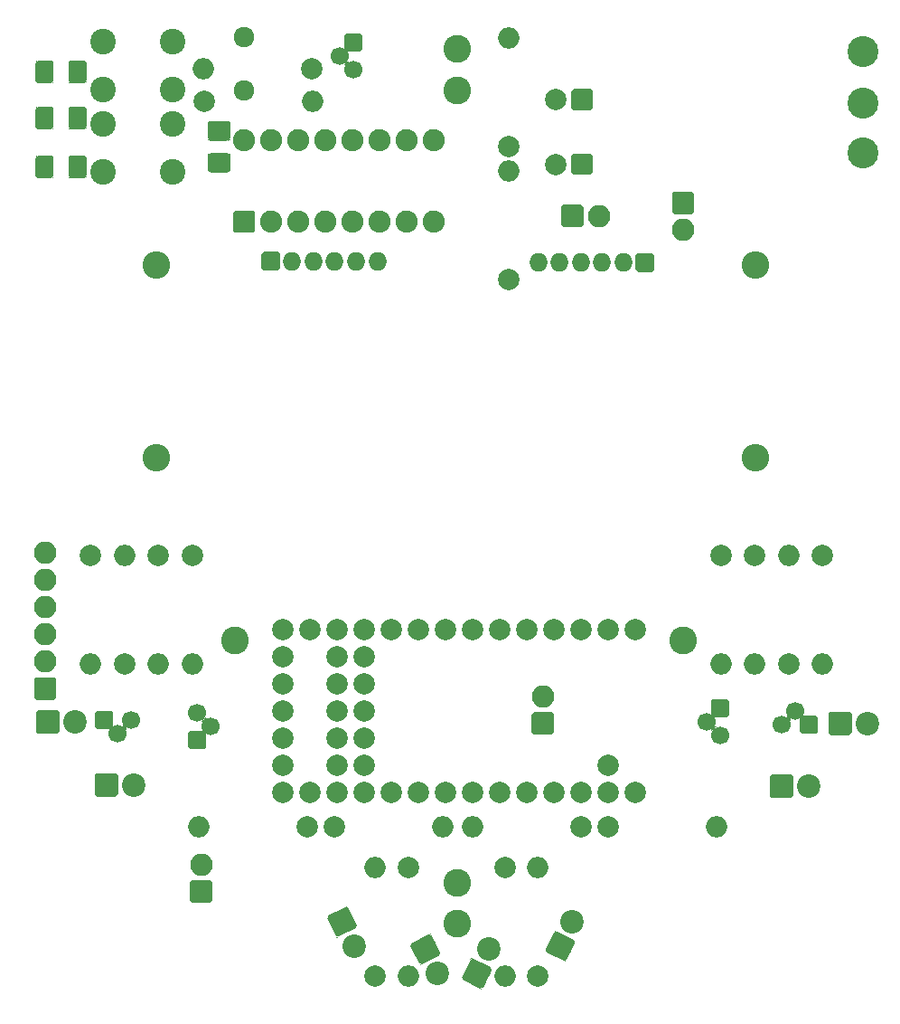
<source format=gbs>
G04 #@! TF.GenerationSoftware,KiCad,Pcbnew,(5.1.7)-1*
G04 #@! TF.CreationDate,2021-05-02T01:51:04-07:00*
G04 #@! TF.ProjectId,mouse_v2,6d6f7573-655f-4763-922e-6b696361645f,rev?*
G04 #@! TF.SameCoordinates,Original*
G04 #@! TF.FileFunction,Soldermask,Bot*
G04 #@! TF.FilePolarity,Negative*
%FSLAX46Y46*%
G04 Gerber Fmt 4.6, Leading zero omitted, Abs format (unit mm)*
G04 Created by KiCad (PCBNEW (5.1.7)-1) date 2021-05-02 01:51:04*
%MOMM*%
%LPD*%
G01*
G04 APERTURE LIST*
%ADD10C,2.000000*%
%ADD11C,1.700000*%
%ADD12C,2.900000*%
%ADD13O,2.000000X2.000000*%
%ADD14C,1.924000*%
%ADD15C,2.400000*%
%ADD16C,2.200000*%
%ADD17O,2.100000X2.100000*%
%ADD18C,2.076400*%
%ADD19C,2.584400*%
%ADD20O,1.750000X1.750000*%
%ADD21C,2.600000*%
%ADD22C,0.100000*%
G04 APERTURE END LIST*
G36*
G01*
X137002075Y-64795700D02*
X138511725Y-64795700D01*
G75*
G02*
X138831900Y-65115875I0J-320175D01*
G01*
X138831900Y-66300525D01*
G75*
G02*
X138511725Y-66620700I-320175J0D01*
G01*
X137002075Y-66620700D01*
G75*
G02*
X136681900Y-66300525I0J320175D01*
G01*
X136681900Y-65115875D01*
G75*
G02*
X137002075Y-64795700I320175J0D01*
G01*
G37*
G36*
G01*
X137002075Y-67770700D02*
X138511725Y-67770700D01*
G75*
G02*
X138831900Y-68090875I0J-320175D01*
G01*
X138831900Y-69275525D01*
G75*
G02*
X138511725Y-69595700I-320175J0D01*
G01*
X137002075Y-69595700D01*
G75*
G02*
X136681900Y-69275525I0J320175D01*
G01*
X136681900Y-68090875D01*
G75*
G02*
X137002075Y-67770700I320175J0D01*
G01*
G37*
D10*
X169254800Y-62788800D03*
G36*
G01*
X172754800Y-61988800D02*
X172754800Y-63588800D01*
G75*
G02*
X172554800Y-63788800I-200000J0D01*
G01*
X170954800Y-63788800D01*
G75*
G02*
X170754800Y-63588800I0J200000D01*
G01*
X170754800Y-61988800D01*
G75*
G02*
X170954800Y-61788800I200000J0D01*
G01*
X172554800Y-61788800D01*
G75*
G02*
X172754800Y-61988800I0J-200000D01*
G01*
G37*
G36*
G01*
X172754800Y-68034000D02*
X172754800Y-69634000D01*
G75*
G02*
X172554800Y-69834000I-200000J0D01*
G01*
X170954800Y-69834000D01*
G75*
G02*
X170754800Y-69634000I0J200000D01*
G01*
X170754800Y-68034000D01*
G75*
G02*
X170954800Y-67834000I200000J0D01*
G01*
X172554800Y-67834000D01*
G75*
G02*
X172754800Y-68034000I0J-200000D01*
G01*
G37*
X169254800Y-68834000D03*
D11*
X190500000Y-121285000D03*
G36*
G01*
X193690000Y-122135000D02*
X192390000Y-122135000D01*
G75*
G02*
X192190000Y-121935000I0J200000D01*
G01*
X192190000Y-120635000D01*
G75*
G02*
X192390000Y-120435000I200000J0D01*
G01*
X193690000Y-120435000D01*
G75*
G02*
X193890000Y-120635000I0J-200000D01*
G01*
X193890000Y-121935000D01*
G75*
G02*
X193690000Y-122135000I-200000J0D01*
G01*
G37*
X191770000Y-120015000D03*
X183415940Y-120990360D03*
G36*
G01*
X185535940Y-119070360D02*
X185535940Y-120370360D01*
G75*
G02*
X185335940Y-120570360I-200000J0D01*
G01*
X184035940Y-120570360D01*
G75*
G02*
X183835940Y-120370360I0J200000D01*
G01*
X183835940Y-119070360D01*
G75*
G02*
X184035940Y-118870360I200000J0D01*
G01*
X185335940Y-118870360D01*
G75*
G02*
X185535940Y-119070360I0J-200000D01*
G01*
G37*
X184685940Y-122260360D03*
X129540000Y-120840500D03*
G36*
G01*
X126350000Y-119990500D02*
X127650000Y-119990500D01*
G75*
G02*
X127850000Y-120190500I0J-200000D01*
G01*
X127850000Y-121490500D01*
G75*
G02*
X127650000Y-121690500I-200000J0D01*
G01*
X126350000Y-121690500D01*
G75*
G02*
X126150000Y-121490500I0J200000D01*
G01*
X126150000Y-120190500D01*
G75*
G02*
X126350000Y-119990500I200000J0D01*
G01*
G37*
X128270000Y-122110500D03*
X136982200Y-121462800D03*
G36*
G01*
X134862200Y-123382800D02*
X134862200Y-122082800D01*
G75*
G02*
X135062200Y-121882800I200000J0D01*
G01*
X136362200Y-121882800D01*
G75*
G02*
X136562200Y-122082800I0J-200000D01*
G01*
X136562200Y-123382800D01*
G75*
G02*
X136362200Y-123582800I-200000J0D01*
G01*
X135062200Y-123582800D01*
G75*
G02*
X134862200Y-123382800I0J200000D01*
G01*
G37*
X135712200Y-120192800D03*
D12*
X198069200Y-58319200D03*
X198069200Y-63069200D03*
X198069200Y-67769200D03*
D10*
X146405600Y-59893200D03*
D13*
X136245600Y-59893200D03*
D14*
X140055600Y-61885200D03*
X140105600Y-56885200D03*
D15*
X126885700Y-61853200D03*
X126885700Y-57353200D03*
X133385700Y-61853200D03*
X133385700Y-57353200D03*
D10*
X128905000Y-115570000D03*
D13*
X128905000Y-105410000D03*
X155473400Y-144805400D03*
D10*
X155473400Y-134645400D03*
X184785000Y-105410000D03*
D13*
X184785000Y-115570000D03*
X135255000Y-115570000D03*
D10*
X135255000Y-105410000D03*
X136347200Y-62941200D03*
D13*
X146507200Y-62941200D03*
X135890000Y-130810000D03*
D10*
X146050000Y-130810000D03*
X164592000Y-134645400D03*
D13*
X164592000Y-144805400D03*
X132080000Y-115570000D03*
D10*
X132080000Y-105410000D03*
X174244000Y-130810000D03*
D13*
X184404000Y-130810000D03*
X161544000Y-130810000D03*
D10*
X171704000Y-130810000D03*
X191135000Y-115570000D03*
D13*
X191135000Y-105410000D03*
X152400000Y-134620000D03*
D10*
X152400000Y-144780000D03*
X125730000Y-105410000D03*
D13*
X125730000Y-115570000D03*
X167640000Y-134620000D03*
D10*
X167640000Y-144780000D03*
X194310000Y-105410000D03*
D13*
X194310000Y-115570000D03*
X187960000Y-115570000D03*
D10*
X187960000Y-105410000D03*
X148590000Y-130810000D03*
D13*
X158750000Y-130810000D03*
G36*
G01*
X126077800Y-127823800D02*
X126077800Y-126023800D01*
G75*
G02*
X126277800Y-125823800I200000J0D01*
G01*
X128077800Y-125823800D01*
G75*
G02*
X128277800Y-126023800I0J-200000D01*
G01*
X128277800Y-127823800D01*
G75*
G02*
X128077800Y-128023800I-200000J0D01*
G01*
X126277800Y-128023800D01*
G75*
G02*
X126077800Y-127823800I0J200000D01*
G01*
G37*
D16*
X129717800Y-126923800D03*
X198475600Y-121158000D03*
G36*
G01*
X194835600Y-122058000D02*
X194835600Y-120258000D01*
G75*
G02*
X195035600Y-120058000I200000J0D01*
G01*
X196835600Y-120058000D01*
G75*
G02*
X197035600Y-120258000I0J-200000D01*
G01*
X197035600Y-122058000D01*
G75*
G02*
X196835600Y-122258000I-200000J0D01*
G01*
X195035600Y-122258000D01*
G75*
G02*
X194835600Y-122058000I0J200000D01*
G01*
G37*
X170856142Y-139738267D03*
G36*
G01*
X170037423Y-143397406D02*
X168426541Y-142594250D01*
G75*
G02*
X168336794Y-142326023I89240J178987D01*
G01*
X169139950Y-140715141D01*
G75*
G02*
X169408177Y-140625394I178987J-89240D01*
G01*
X171019059Y-141428550D01*
G75*
G02*
X171108806Y-141696777I-89240J-178987D01*
G01*
X170305650Y-143307659D01*
G75*
G02*
X170037423Y-143397406I-178987J89240D01*
G01*
G37*
G36*
G01*
X171690400Y-74710000D02*
X169990400Y-74710000D01*
G75*
G02*
X169790400Y-74510000I0J200000D01*
G01*
X169790400Y-72810000D01*
G75*
G02*
X169990400Y-72610000I200000J0D01*
G01*
X171690400Y-72610000D01*
G75*
G02*
X171890400Y-72810000I0J-200000D01*
G01*
X171890400Y-74510000D01*
G75*
G02*
X171690400Y-74710000I-200000J0D01*
G01*
G37*
D17*
X173380400Y-73660000D03*
G36*
G01*
X162214223Y-145962806D02*
X160603341Y-145159650D01*
G75*
G02*
X160513594Y-144891423I89240J178987D01*
G01*
X161316750Y-143280541D01*
G75*
G02*
X161584977Y-143190794I178987J-89240D01*
G01*
X163195859Y-143993950D01*
G75*
G02*
X163285606Y-144262177I-89240J-178987D01*
G01*
X162482450Y-145873059D01*
G75*
G02*
X162214223Y-145962806I-178987J89240D01*
G01*
G37*
D16*
X163032942Y-142303667D03*
X124218700Y-121031000D03*
G36*
G01*
X120578700Y-121931000D02*
X120578700Y-120131000D01*
G75*
G02*
X120778700Y-119931000I200000J0D01*
G01*
X122578700Y-119931000D01*
G75*
G02*
X122778700Y-120131000I0J-200000D01*
G01*
X122778700Y-121931000D01*
G75*
G02*
X122578700Y-122131000I-200000J0D01*
G01*
X120778700Y-122131000D01*
G75*
G02*
X120578700Y-121931000I0J200000D01*
G01*
G37*
G36*
G01*
X155786999Y-141720817D02*
X157397881Y-140917661D01*
G75*
G02*
X157666108Y-141007408I89240J-178987D01*
G01*
X158469264Y-142618290D01*
G75*
G02*
X158379517Y-142886517I-178987J-89240D01*
G01*
X156768635Y-143689673D01*
G75*
G02*
X156500408Y-143599926I-89240J178987D01*
G01*
X155697252Y-141989044D01*
G75*
G02*
X155786999Y-141720817I178987J89240D01*
G01*
G37*
X158216600Y-144576800D03*
G36*
G01*
X189349200Y-127950800D02*
X189349200Y-126150800D01*
G75*
G02*
X189549200Y-125950800I200000J0D01*
G01*
X191349200Y-125950800D01*
G75*
G02*
X191549200Y-126150800I0J-200000D01*
G01*
X191549200Y-127950800D01*
G75*
G02*
X191349200Y-128150800I-200000J0D01*
G01*
X189549200Y-128150800D01*
G75*
G02*
X189349200Y-127950800I0J200000D01*
G01*
G37*
X192989200Y-127050800D03*
X150418800Y-142011400D03*
G36*
G01*
X147989199Y-139155417D02*
X149600081Y-138352261D01*
G75*
G02*
X149868308Y-138442008I89240J-178987D01*
G01*
X150671464Y-140052890D01*
G75*
G02*
X150581717Y-140321117I-178987J-89240D01*
G01*
X148970835Y-141124273D01*
G75*
G02*
X148702608Y-141034526I-89240J178987D01*
G01*
X147899452Y-139423644D01*
G75*
G02*
X147989199Y-139155417I178987J89240D01*
G01*
G37*
G36*
G01*
X140936980Y-75251920D02*
X139260580Y-75251920D01*
G75*
G02*
X139060580Y-75051920I0J200000D01*
G01*
X139060580Y-73375520D01*
G75*
G02*
X139260580Y-73175520I200000J0D01*
G01*
X140936980Y-73175520D01*
G75*
G02*
X141136980Y-73375520I0J-200000D01*
G01*
X141136980Y-75051920D01*
G75*
G02*
X140936980Y-75251920I-200000J0D01*
G01*
G37*
D18*
X142638780Y-74213720D03*
X145178780Y-74213720D03*
X147718780Y-74213720D03*
X150258780Y-74213720D03*
X152798780Y-74213720D03*
X155338780Y-74213720D03*
X157878780Y-74213720D03*
X157878780Y-66593720D03*
X155338780Y-66593720D03*
X152798780Y-66593720D03*
X150258780Y-66593720D03*
X147718780Y-66593720D03*
X145178780Y-66593720D03*
X142638780Y-66593720D03*
X140098780Y-66593720D03*
D19*
X131873000Y-96274400D03*
X131873000Y-78274400D03*
X188040000Y-78274400D03*
X188040000Y-96274400D03*
G36*
G01*
X180179000Y-73303500D02*
X180179000Y-71603500D01*
G75*
G02*
X180379000Y-71403500I200000J0D01*
G01*
X182079000Y-71403500D01*
G75*
G02*
X182279000Y-71603500I0J-200000D01*
G01*
X182279000Y-73303500D01*
G75*
G02*
X182079000Y-73503500I-200000J0D01*
G01*
X180379000Y-73503500D01*
G75*
G02*
X180179000Y-73303500I0J200000D01*
G01*
G37*
D17*
X181229000Y-74993500D03*
D20*
X167655240Y-78038960D03*
X169655240Y-78038960D03*
X171655240Y-78038960D03*
X173655240Y-78038960D03*
X175655240Y-78038960D03*
G36*
G01*
X176980240Y-77163960D02*
X178330240Y-77163960D01*
G75*
G02*
X178530240Y-77363960I0J-200000D01*
G01*
X178530240Y-78713960D01*
G75*
G02*
X178330240Y-78913960I-200000J0D01*
G01*
X176980240Y-78913960D01*
G75*
G02*
X176780240Y-78713960I0J200000D01*
G01*
X176780240Y-77363960D01*
G75*
G02*
X176980240Y-77163960I200000J0D01*
G01*
G37*
G36*
G01*
X143270600Y-78776800D02*
X141920600Y-78776800D01*
G75*
G02*
X141720600Y-78576800I0J200000D01*
G01*
X141720600Y-77226800D01*
G75*
G02*
X141920600Y-77026800I200000J0D01*
G01*
X143270600Y-77026800D01*
G75*
G02*
X143470600Y-77226800I0J-200000D01*
G01*
X143470600Y-78576800D01*
G75*
G02*
X143270600Y-78776800I-200000J0D01*
G01*
G37*
X144595600Y-77901800D03*
X146595600Y-77901800D03*
X148595600Y-77901800D03*
X150595600Y-77901800D03*
X152595600Y-77901800D03*
G36*
G01*
X122512800Y-117056800D02*
X122512800Y-118756800D01*
G75*
G02*
X122312800Y-118956800I-200000J0D01*
G01*
X120612800Y-118956800D01*
G75*
G02*
X120412800Y-118756800I0J200000D01*
G01*
X120412800Y-117056800D01*
G75*
G02*
X120612800Y-116856800I200000J0D01*
G01*
X122312800Y-116856800D01*
G75*
G02*
X122512800Y-117056800I0J-200000D01*
G01*
G37*
D17*
X121462800Y-115366800D03*
X121462800Y-112826800D03*
X121462800Y-110286800D03*
X121462800Y-107746800D03*
X121462800Y-105206800D03*
D10*
X143764000Y-120000000D03*
X143764000Y-122540000D03*
X143764000Y-125080000D03*
X143764000Y-127620000D03*
X143764000Y-117460000D03*
X143764000Y-114920000D03*
X143764000Y-112380000D03*
X146304000Y-127620000D03*
X148844000Y-127620000D03*
X151384000Y-127620000D03*
X153924000Y-127620000D03*
X156464000Y-127620000D03*
X159004000Y-127620000D03*
X161544000Y-127620000D03*
X164084000Y-127620000D03*
X166624000Y-127620000D03*
X169164000Y-127620000D03*
X171704000Y-127620000D03*
X174244000Y-127620000D03*
X176784000Y-127620000D03*
X174244000Y-125080000D03*
X146304000Y-112380000D03*
X148844000Y-112380000D03*
X151384000Y-112380000D03*
X153924000Y-112380000D03*
X156464000Y-112380000D03*
X159004000Y-112380000D03*
X161544000Y-112380000D03*
X164084000Y-112380000D03*
X166624000Y-112380000D03*
X169164000Y-112380000D03*
X171704000Y-112380000D03*
X174244000Y-112380000D03*
X176784000Y-112380000D03*
X148844000Y-125080000D03*
X151384000Y-125080000D03*
X148844000Y-122540000D03*
X151384000Y-122540000D03*
X148844000Y-120000000D03*
X151384000Y-120000000D03*
X148844000Y-117460000D03*
X151384000Y-117460000D03*
X148844000Y-114920000D03*
X151384000Y-114920000D03*
G36*
G01*
X169147200Y-120308000D02*
X169147200Y-122008000D01*
G75*
G02*
X168947200Y-122208000I-200000J0D01*
G01*
X167247200Y-122208000D01*
G75*
G02*
X167047200Y-122008000I0J200000D01*
G01*
X167047200Y-120308000D01*
G75*
G02*
X167247200Y-120108000I200000J0D01*
G01*
X168947200Y-120108000D01*
G75*
G02*
X169147200Y-120308000I0J-200000D01*
G01*
G37*
D17*
X168097200Y-118618000D03*
D21*
X181229000Y-113411000D03*
X139255500Y-113411000D03*
G36*
G01*
X120536000Y-69836077D02*
X120536000Y-68339923D01*
G75*
G02*
X120862923Y-68013000I326923J0D01*
G01*
X121909077Y-68013000D01*
G75*
G02*
X122236000Y-68339923I0J-326923D01*
G01*
X122236000Y-69836077D01*
G75*
G02*
X121909077Y-70163000I-326923J0D01*
G01*
X120862923Y-70163000D01*
G75*
G02*
X120536000Y-69836077I0J326923D01*
G01*
G37*
G36*
G01*
X123636000Y-69836077D02*
X123636000Y-68339923D01*
G75*
G02*
X123962923Y-68013000I326923J0D01*
G01*
X125009077Y-68013000D01*
G75*
G02*
X125336000Y-68339923I0J-326923D01*
G01*
X125336000Y-69836077D01*
G75*
G02*
X125009077Y-70163000I-326923J0D01*
G01*
X123962923Y-70163000D01*
G75*
G02*
X123636000Y-69836077I0J326923D01*
G01*
G37*
G36*
G01*
X123636000Y-60946077D02*
X123636000Y-59449923D01*
G75*
G02*
X123962923Y-59123000I326923J0D01*
G01*
X125009077Y-59123000D01*
G75*
G02*
X125336000Y-59449923I0J-326923D01*
G01*
X125336000Y-60946077D01*
G75*
G02*
X125009077Y-61273000I-326923J0D01*
G01*
X123962923Y-61273000D01*
G75*
G02*
X123636000Y-60946077I0J326923D01*
G01*
G37*
G36*
G01*
X120536000Y-60946077D02*
X120536000Y-59449923D01*
G75*
G02*
X120862923Y-59123000I326923J0D01*
G01*
X121909077Y-59123000D01*
G75*
G02*
X122236000Y-59449923I0J-326923D01*
G01*
X122236000Y-60946077D01*
G75*
G02*
X121909077Y-61273000I-326923J0D01*
G01*
X120862923Y-61273000D01*
G75*
G02*
X120536000Y-60946077I0J326923D01*
G01*
G37*
G36*
G01*
X120536000Y-65264077D02*
X120536000Y-63767923D01*
G75*
G02*
X120862923Y-63441000I326923J0D01*
G01*
X121909077Y-63441000D01*
G75*
G02*
X122236000Y-63767923I0J-326923D01*
G01*
X122236000Y-65264077D01*
G75*
G02*
X121909077Y-65591000I-326923J0D01*
G01*
X120862923Y-65591000D01*
G75*
G02*
X120536000Y-65264077I0J326923D01*
G01*
G37*
G36*
G01*
X123636000Y-65264077D02*
X123636000Y-63767923D01*
G75*
G02*
X123962923Y-63441000I326923J0D01*
G01*
X125009077Y-63441000D01*
G75*
G02*
X125336000Y-63767923I0J-326923D01*
G01*
X125336000Y-65264077D01*
G75*
G02*
X125009077Y-65591000I-326923J0D01*
G01*
X123962923Y-65591000D01*
G75*
G02*
X123636000Y-65264077I0J326923D01*
G01*
G37*
D13*
X164896800Y-69494400D03*
D10*
X164896800Y-79654400D03*
X164896800Y-67157600D03*
D13*
X164896800Y-56997600D03*
D21*
X160083500Y-61899800D03*
X160083500Y-139915900D03*
X160096200Y-58026300D03*
X160070800Y-136067800D03*
D11*
X149047200Y-58724800D03*
G36*
G01*
X151167200Y-56804800D02*
X151167200Y-58104800D01*
G75*
G02*
X150967200Y-58304800I-200000J0D01*
G01*
X149667200Y-58304800D01*
G75*
G02*
X149467200Y-58104800I0J200000D01*
G01*
X149467200Y-56804800D01*
G75*
G02*
X149667200Y-56604800I200000J0D01*
G01*
X150967200Y-56604800D01*
G75*
G02*
X151167200Y-56804800I0J-200000D01*
G01*
G37*
X150317200Y-59994800D03*
D15*
X126885700Y-69524000D03*
X126885700Y-65024000D03*
X133385700Y-69524000D03*
X133385700Y-65024000D03*
G36*
G01*
X137130500Y-136056000D02*
X137130500Y-137756000D01*
G75*
G02*
X136930500Y-137956000I-200000J0D01*
G01*
X135230500Y-137956000D01*
G75*
G02*
X135030500Y-137756000I0J200000D01*
G01*
X135030500Y-136056000D01*
G75*
G02*
X135230500Y-135856000I200000J0D01*
G01*
X136930500Y-135856000D01*
G75*
G02*
X137130500Y-136056000I0J-200000D01*
G01*
G37*
D17*
X136080500Y-134366000D03*
D22*
G36*
X163375738Y-144081400D02*
G01*
X163376842Y-144083068D01*
X163376636Y-144084082D01*
X163076774Y-144685511D01*
X162884488Y-145071177D01*
X162871998Y-145096228D01*
X162871824Y-145096577D01*
X162794332Y-145252002D01*
X162781668Y-145277402D01*
X162713114Y-145414900D01*
X162712922Y-145415285D01*
X162706581Y-145428003D01*
X162700450Y-145440300D01*
X162700258Y-145440685D01*
X162647115Y-145547273D01*
X162646850Y-145547805D01*
X162643810Y-145553902D01*
X162631146Y-145579302D01*
X162589509Y-145662813D01*
X162576845Y-145688213D01*
X162552394Y-145737254D01*
X162552106Y-145737832D01*
X162539730Y-145762654D01*
X162539442Y-145763232D01*
X162395000Y-146052938D01*
X162392318Y-146053836D01*
X160423462Y-145072200D01*
X160422358Y-145070532D01*
X160422564Y-145069518D01*
X160422566Y-145069513D01*
X160427038Y-145069513D01*
X162392313Y-146049363D01*
X162535862Y-145761448D01*
X162536150Y-145760870D01*
X162548526Y-145736048D01*
X162548814Y-145735470D01*
X162573265Y-145686429D01*
X162585929Y-145661029D01*
X162627566Y-145577518D01*
X162640230Y-145552118D01*
X162643270Y-145546021D01*
X162643535Y-145545489D01*
X162696678Y-145438901D01*
X162696870Y-145438516D01*
X162703001Y-145426219D01*
X162709342Y-145413501D01*
X162709534Y-145413116D01*
X162778088Y-145275618D01*
X162790752Y-145250218D01*
X162868244Y-145094793D01*
X162868418Y-145094444D01*
X162880908Y-145069393D01*
X163073194Y-144683727D01*
X163372163Y-144084087D01*
X161406888Y-143104237D01*
X161405512Y-143106996D01*
X161381875Y-143154405D01*
X161281056Y-143356616D01*
X161280768Y-143357194D01*
X161259793Y-143399263D01*
X161215781Y-143487538D01*
X161155930Y-143607580D01*
X161155665Y-143608112D01*
X161096199Y-143727382D01*
X161070062Y-143779805D01*
X161010382Y-143899504D01*
X160956114Y-144008349D01*
X160943450Y-144033749D01*
X160930782Y-144059157D01*
X160726006Y-144469874D01*
X160427038Y-145069513D01*
X160422566Y-145069513D01*
X160722426Y-144468089D01*
X160927202Y-144057372D01*
X160939870Y-144031964D01*
X160952534Y-144006564D01*
X161006802Y-143897719D01*
X161066482Y-143778020D01*
X161092619Y-143725597D01*
X161152085Y-143606327D01*
X161152350Y-143605795D01*
X161212201Y-143485753D01*
X161256213Y-143397478D01*
X161277188Y-143355409D01*
X161277476Y-143354831D01*
X161378295Y-143152620D01*
X161401932Y-143105211D01*
X161404200Y-143100662D01*
X161406882Y-143099764D01*
X163375738Y-144081400D01*
G37*
G36*
X157577972Y-140826753D02*
G01*
X157578658Y-140827529D01*
X157580926Y-140832078D01*
X157624490Y-140919454D01*
X157624490Y-140919455D01*
X157624723Y-140919922D01*
X157684789Y-141040395D01*
X157685054Y-141040927D01*
X157743650Y-141158452D01*
X157743938Y-141159030D01*
X157744520Y-141160197D01*
X157770657Y-141212620D01*
X157820735Y-141313061D01*
X157830508Y-141332662D01*
X157830773Y-141333194D01*
X157890239Y-141452464D01*
X157909937Y-141491972D01*
X158009266Y-141691195D01*
X158055656Y-141784239D01*
X158114713Y-141902689D01*
X158260432Y-142194956D01*
X158560294Y-142796385D01*
X158560172Y-142798381D01*
X158559396Y-142799067D01*
X156590540Y-143780703D01*
X156588544Y-143780581D01*
X156587858Y-143779805D01*
X156561953Y-143727847D01*
X156461134Y-143525636D01*
X156460846Y-143525058D01*
X156439871Y-143482989D01*
X156336008Y-143274672D01*
X156335743Y-143274140D01*
X156276277Y-143154870D01*
X156250140Y-143102447D01*
X156190289Y-142982405D01*
X156190024Y-142981873D01*
X156130558Y-142862603D01*
X156110860Y-142823095D01*
X155965141Y-142530828D01*
X155906084Y-142412378D01*
X155606225Y-141810954D01*
X155610695Y-141810954D01*
X155909664Y-142410594D01*
X155968721Y-142529044D01*
X156114440Y-142821311D01*
X156134138Y-142860819D01*
X156193604Y-142980089D01*
X156193869Y-142980621D01*
X156253720Y-143100663D01*
X156279857Y-143153086D01*
X156339323Y-143272356D01*
X156339588Y-143272888D01*
X156443451Y-143481205D01*
X156464426Y-143523274D01*
X156464714Y-143523852D01*
X156565533Y-143726063D01*
X156590545Y-143776230D01*
X158555821Y-142796380D01*
X158256852Y-142196740D01*
X158111133Y-141904473D01*
X158052076Y-141786023D01*
X158005686Y-141692979D01*
X157906357Y-141493756D01*
X157886659Y-141454248D01*
X157827193Y-141334978D01*
X157826928Y-141334446D01*
X157817155Y-141314845D01*
X157767077Y-141214404D01*
X157740940Y-141161981D01*
X157740358Y-141160814D01*
X157740070Y-141160236D01*
X157681474Y-141042711D01*
X157681209Y-141042179D01*
X157621143Y-140921706D01*
X157621143Y-140921705D01*
X157620910Y-140921237D01*
X157577346Y-140833862D01*
X157575971Y-140831104D01*
X155610695Y-141810954D01*
X155606225Y-141810954D01*
X155606222Y-141810949D01*
X155607120Y-141808267D01*
X157575976Y-140826631D01*
X157577972Y-140826753D01*
G37*
G36*
X171198938Y-141516000D02*
G01*
X171200042Y-141517668D01*
X171199836Y-141518682D01*
X170899974Y-142120111D01*
X170754255Y-142412378D01*
X170695198Y-142530828D01*
X170648808Y-142623872D01*
X170549479Y-142823095D01*
X170529781Y-142862603D01*
X170470315Y-142981873D01*
X170470050Y-142982405D01*
X170460277Y-143002006D01*
X170410199Y-143102447D01*
X170384062Y-143154870D01*
X170324596Y-143274140D01*
X170324331Y-143274672D01*
X170220468Y-143482989D01*
X170218200Y-143487538D01*
X170215518Y-143488436D01*
X168246662Y-142506800D01*
X168245558Y-142505132D01*
X168245764Y-142504118D01*
X168245766Y-142504113D01*
X168250237Y-142504113D01*
X170215512Y-143483963D01*
X170216888Y-143481204D01*
X170320751Y-143272887D01*
X170321016Y-143272355D01*
X170380482Y-143153085D01*
X170406619Y-143100662D01*
X170456697Y-143000221D01*
X170466470Y-142980620D01*
X170466735Y-142980088D01*
X170526201Y-142860818D01*
X170545899Y-142821310D01*
X170645228Y-142622087D01*
X170691618Y-142529043D01*
X170750675Y-142410593D01*
X170896394Y-142118326D01*
X171195362Y-141518687D01*
X169230087Y-140538837D01*
X169205075Y-140589004D01*
X169129233Y-140741119D01*
X169104256Y-140791215D01*
X169103968Y-140791793D01*
X169082993Y-140833862D01*
X169039429Y-140921238D01*
X168979130Y-141042179D01*
X168978865Y-141042711D01*
X168920269Y-141160236D01*
X168919981Y-141160814D01*
X168919399Y-141161981D01*
X168893262Y-141214404D01*
X168833411Y-141334446D01*
X168833146Y-141334978D01*
X168773680Y-141454248D01*
X168753982Y-141493756D01*
X168608263Y-141786023D01*
X168549206Y-141904473D01*
X168250237Y-142504113D01*
X168245766Y-142504113D01*
X168545626Y-141902689D01*
X168604683Y-141784239D01*
X168750402Y-141491972D01*
X168770100Y-141452464D01*
X168829566Y-141333194D01*
X168829831Y-141332662D01*
X168889682Y-141212620D01*
X168915819Y-141160197D01*
X168916401Y-141159030D01*
X168916689Y-141158452D01*
X168975285Y-141040927D01*
X168975550Y-141040395D01*
X169035849Y-140919454D01*
X169079413Y-140832078D01*
X169100388Y-140790009D01*
X169100676Y-140789431D01*
X169125653Y-140739335D01*
X169201495Y-140587220D01*
X169227400Y-140535262D01*
X169230082Y-140534364D01*
X171198938Y-141516000D01*
G37*
G36*
X149780172Y-138261353D02*
G01*
X149780858Y-138262129D01*
X149959918Y-138621268D01*
X149960218Y-138621870D01*
X150032708Y-138767262D01*
X150032973Y-138767794D01*
X150033330Y-138768510D01*
X150033596Y-138769043D01*
X150092439Y-138887064D01*
X150257856Y-139218839D01*
X150462632Y-139629556D01*
X150762494Y-140230985D01*
X150761596Y-140233667D01*
X148792740Y-141215303D01*
X148790744Y-141215181D01*
X148790058Y-141214405D01*
X148788127Y-141210532D01*
X148787827Y-141209930D01*
X148787790Y-141209856D01*
X148764153Y-141162447D01*
X148714715Y-141063290D01*
X148663334Y-140960236D01*
X148663046Y-140959658D01*
X148644124Y-140921706D01*
X148642071Y-140917589D01*
X148598059Y-140829314D01*
X148554278Y-140741503D01*
X148538208Y-140709272D01*
X148537943Y-140708740D01*
X148478477Y-140589470D01*
X148452340Y-140537047D01*
X148448631Y-140529608D01*
X148448488Y-140529321D01*
X148313060Y-140257695D01*
X148108284Y-139846978D01*
X147808425Y-139245554D01*
X147812895Y-139245554D01*
X148111864Y-139845194D01*
X148316640Y-140255911D01*
X148452068Y-140527537D01*
X148452211Y-140527824D01*
X148455920Y-140535263D01*
X148482057Y-140587686D01*
X148541523Y-140706956D01*
X148541788Y-140707488D01*
X148557858Y-140739719D01*
X148601639Y-140827530D01*
X148645651Y-140915805D01*
X148647704Y-140919922D01*
X148666626Y-140957874D01*
X148666914Y-140958452D01*
X148718295Y-141061506D01*
X148767733Y-141160663D01*
X148791369Y-141208070D01*
X148791407Y-141208146D01*
X148791707Y-141208748D01*
X148792745Y-141210830D01*
X150758021Y-140230980D01*
X150459052Y-139631340D01*
X150254276Y-139220623D01*
X150088859Y-138888848D01*
X150030016Y-138770827D01*
X150029750Y-138770294D01*
X150029393Y-138769578D01*
X150029128Y-138769046D01*
X149956638Y-138623654D01*
X149956338Y-138623052D01*
X149778171Y-138265704D01*
X147812895Y-139245554D01*
X147808425Y-139245554D01*
X147808422Y-139245549D01*
X147809320Y-139242867D01*
X149778176Y-138261231D01*
X149780172Y-138261353D01*
G37*
G36*
X184195122Y-121322323D02*
G01*
X184195449Y-121324122D01*
X184190175Y-121341506D01*
X184187812Y-121365498D01*
X184190175Y-121389489D01*
X184197175Y-121412564D01*
X184208540Y-121433827D01*
X184223835Y-121452464D01*
X184242472Y-121467760D01*
X184263736Y-121479125D01*
X184286810Y-121486125D01*
X184310802Y-121488488D01*
X184334793Y-121486125D01*
X184352179Y-121480851D01*
X184354127Y-121481305D01*
X184354708Y-121483219D01*
X184353525Y-121484613D01*
X184286200Y-121512500D01*
X184147980Y-121604855D01*
X184030435Y-121722400D01*
X183938080Y-121860620D01*
X183910193Y-121927944D01*
X183908606Y-121929162D01*
X183906758Y-121928397D01*
X183906431Y-121926598D01*
X183911705Y-121909214D01*
X183914068Y-121885222D01*
X183911705Y-121861231D01*
X183904705Y-121838156D01*
X183893340Y-121816893D01*
X183878045Y-121798256D01*
X183859408Y-121782960D01*
X183838144Y-121771595D01*
X183815070Y-121764595D01*
X183791078Y-121762232D01*
X183767087Y-121764595D01*
X183749701Y-121769869D01*
X183747753Y-121769415D01*
X183747172Y-121767501D01*
X183748355Y-121766107D01*
X183815680Y-121738220D01*
X183953900Y-121645865D01*
X184071445Y-121528320D01*
X184163800Y-121390100D01*
X184191687Y-121322776D01*
X184193274Y-121321558D01*
X184195122Y-121322323D01*
G37*
G36*
X128764253Y-121172915D02*
G01*
X128792140Y-121240240D01*
X128884495Y-121378460D01*
X129002040Y-121496005D01*
X129140260Y-121588360D01*
X129207584Y-121616247D01*
X129208802Y-121617834D01*
X129208037Y-121619682D01*
X129206238Y-121620009D01*
X129188854Y-121614735D01*
X129164862Y-121612372D01*
X129140871Y-121614735D01*
X129117796Y-121621735D01*
X129096533Y-121633100D01*
X129077896Y-121648395D01*
X129062600Y-121667032D01*
X129051235Y-121688296D01*
X129044235Y-121711370D01*
X129041872Y-121735362D01*
X129044235Y-121759353D01*
X129049509Y-121776739D01*
X129049055Y-121778687D01*
X129047141Y-121779268D01*
X129045747Y-121778085D01*
X129017860Y-121710760D01*
X128925505Y-121572540D01*
X128807960Y-121454995D01*
X128669740Y-121362640D01*
X128602416Y-121334753D01*
X128601198Y-121333166D01*
X128601963Y-121331318D01*
X128603762Y-121330991D01*
X128621146Y-121336265D01*
X128645138Y-121338628D01*
X128669129Y-121336265D01*
X128692204Y-121329265D01*
X128713467Y-121317900D01*
X128732104Y-121302605D01*
X128747400Y-121283968D01*
X128758765Y-121262704D01*
X128765765Y-121239630D01*
X128768128Y-121215638D01*
X128765765Y-121191647D01*
X128760491Y-121174261D01*
X128760945Y-121172313D01*
X128762859Y-121171732D01*
X128764253Y-121172915D01*
G37*
G36*
X136491382Y-120524763D02*
G01*
X136491709Y-120526562D01*
X136486435Y-120543946D01*
X136484072Y-120567938D01*
X136486435Y-120591929D01*
X136493435Y-120615004D01*
X136504800Y-120636267D01*
X136520095Y-120654904D01*
X136538732Y-120670200D01*
X136559996Y-120681565D01*
X136583070Y-120688565D01*
X136607062Y-120690928D01*
X136631053Y-120688565D01*
X136648439Y-120683291D01*
X136650387Y-120683745D01*
X136650968Y-120685659D01*
X136649785Y-120687053D01*
X136582460Y-120714940D01*
X136444240Y-120807295D01*
X136326695Y-120924840D01*
X136234340Y-121063060D01*
X136206453Y-121130384D01*
X136204866Y-121131602D01*
X136203018Y-121130837D01*
X136202691Y-121129038D01*
X136207965Y-121111654D01*
X136210328Y-121087662D01*
X136207965Y-121063671D01*
X136200965Y-121040596D01*
X136189600Y-121019333D01*
X136174305Y-121000696D01*
X136155668Y-120985400D01*
X136134404Y-120974035D01*
X136111330Y-120967035D01*
X136087338Y-120964672D01*
X136063347Y-120967035D01*
X136045961Y-120972309D01*
X136044013Y-120971855D01*
X136043432Y-120969941D01*
X136044615Y-120968547D01*
X136111940Y-120940660D01*
X136250160Y-120848305D01*
X136367705Y-120730760D01*
X136460060Y-120592540D01*
X136487947Y-120525216D01*
X136489534Y-120523998D01*
X136491382Y-120524763D01*
G37*
G36*
X190994253Y-120347415D02*
G01*
X191022140Y-120414740D01*
X191114495Y-120552960D01*
X191232040Y-120670505D01*
X191370260Y-120762860D01*
X191437584Y-120790747D01*
X191438802Y-120792334D01*
X191438037Y-120794182D01*
X191436238Y-120794509D01*
X191418854Y-120789235D01*
X191394862Y-120786872D01*
X191370871Y-120789235D01*
X191347796Y-120796235D01*
X191326533Y-120807600D01*
X191307896Y-120822895D01*
X191292600Y-120841532D01*
X191281235Y-120862796D01*
X191274235Y-120885870D01*
X191271872Y-120909862D01*
X191274235Y-120933853D01*
X191279509Y-120951239D01*
X191279055Y-120953187D01*
X191277141Y-120953768D01*
X191275747Y-120952585D01*
X191247860Y-120885260D01*
X191155505Y-120747040D01*
X191037960Y-120629495D01*
X190899740Y-120537140D01*
X190832416Y-120509253D01*
X190831198Y-120507666D01*
X190831963Y-120505818D01*
X190833762Y-120505491D01*
X190851146Y-120510765D01*
X190875138Y-120513128D01*
X190899129Y-120510765D01*
X190922204Y-120503765D01*
X190943467Y-120492400D01*
X190962104Y-120477105D01*
X190977400Y-120458468D01*
X190988765Y-120437204D01*
X190995765Y-120414130D01*
X190998128Y-120390138D01*
X190995765Y-120366147D01*
X190990491Y-120348761D01*
X190990945Y-120346813D01*
X190992859Y-120346232D01*
X190994253Y-120347415D01*
G37*
G36*
X123637990Y-69835881D02*
G01*
X123644252Y-69899462D01*
X123662743Y-69960416D01*
X123692767Y-70016590D01*
X123733175Y-70065825D01*
X123782410Y-70106233D01*
X123838584Y-70136257D01*
X123899538Y-70154748D01*
X123963119Y-70161010D01*
X123964745Y-70162175D01*
X123964549Y-70164165D01*
X123962923Y-70165000D01*
X123892141Y-70165000D01*
X123891945Y-70164990D01*
X123837149Y-70159593D01*
X123836764Y-70159517D01*
X123789980Y-70145325D01*
X123789618Y-70145175D01*
X123746500Y-70122128D01*
X123746174Y-70121910D01*
X123708382Y-70090895D01*
X123708105Y-70090618D01*
X123677090Y-70052826D01*
X123676872Y-70052500D01*
X123653825Y-70009382D01*
X123653675Y-70009020D01*
X123639483Y-69962236D01*
X123639407Y-69961851D01*
X123634010Y-69907055D01*
X123634000Y-69906859D01*
X123634000Y-69836077D01*
X123635000Y-69834345D01*
X123637000Y-69834345D01*
X123637990Y-69835881D01*
G37*
G36*
X122237165Y-69834451D02*
G01*
X122238000Y-69836077D01*
X122238000Y-69906859D01*
X122237990Y-69907055D01*
X122232593Y-69961851D01*
X122232517Y-69962236D01*
X122218325Y-70009020D01*
X122218175Y-70009382D01*
X122195128Y-70052500D01*
X122194910Y-70052826D01*
X122163895Y-70090618D01*
X122163618Y-70090895D01*
X122125826Y-70121910D01*
X122125500Y-70122128D01*
X122082382Y-70145175D01*
X122082020Y-70145325D01*
X122035236Y-70159517D01*
X122034851Y-70159593D01*
X121980055Y-70164990D01*
X121979859Y-70165000D01*
X121909077Y-70165000D01*
X121907345Y-70164000D01*
X121907345Y-70162000D01*
X121908881Y-70161010D01*
X121972462Y-70154748D01*
X122033416Y-70136257D01*
X122089590Y-70106233D01*
X122138825Y-70065825D01*
X122179233Y-70016590D01*
X122209257Y-69960416D01*
X122227748Y-69899462D01*
X122234010Y-69835881D01*
X122235175Y-69834255D01*
X122237165Y-69834451D01*
G37*
G36*
X120537990Y-69835881D02*
G01*
X120544252Y-69899462D01*
X120562743Y-69960416D01*
X120592767Y-70016590D01*
X120633175Y-70065825D01*
X120682410Y-70106233D01*
X120738584Y-70136257D01*
X120799538Y-70154748D01*
X120863119Y-70161010D01*
X120864745Y-70162175D01*
X120864549Y-70164165D01*
X120862923Y-70165000D01*
X120792141Y-70165000D01*
X120791945Y-70164990D01*
X120737149Y-70159593D01*
X120736764Y-70159517D01*
X120689980Y-70145325D01*
X120689618Y-70145175D01*
X120646500Y-70122128D01*
X120646174Y-70121910D01*
X120608382Y-70090895D01*
X120608105Y-70090618D01*
X120577090Y-70052826D01*
X120576872Y-70052500D01*
X120553825Y-70009382D01*
X120553675Y-70009020D01*
X120539483Y-69962236D01*
X120539407Y-69961851D01*
X120534010Y-69907055D01*
X120534000Y-69906859D01*
X120534000Y-69836077D01*
X120535000Y-69834345D01*
X120537000Y-69834345D01*
X120537990Y-69835881D01*
G37*
G36*
X125337165Y-69834451D02*
G01*
X125338000Y-69836077D01*
X125338000Y-69906859D01*
X125337990Y-69907055D01*
X125332593Y-69961851D01*
X125332517Y-69962236D01*
X125318325Y-70009020D01*
X125318175Y-70009382D01*
X125295128Y-70052500D01*
X125294910Y-70052826D01*
X125263895Y-70090618D01*
X125263618Y-70090895D01*
X125225826Y-70121910D01*
X125225500Y-70122128D01*
X125182382Y-70145175D01*
X125182020Y-70145325D01*
X125135236Y-70159517D01*
X125134851Y-70159593D01*
X125080055Y-70164990D01*
X125079859Y-70165000D01*
X125009077Y-70165000D01*
X125007345Y-70164000D01*
X125007345Y-70162000D01*
X125008881Y-70161010D01*
X125072462Y-70154748D01*
X125133416Y-70136257D01*
X125189590Y-70106233D01*
X125238825Y-70065825D01*
X125279233Y-70016590D01*
X125309257Y-69960416D01*
X125327748Y-69899462D01*
X125334010Y-69835881D01*
X125335175Y-69834255D01*
X125337165Y-69834451D01*
G37*
G36*
X136683890Y-69275329D02*
G01*
X136690022Y-69337593D01*
X136708129Y-69397282D01*
X136737530Y-69452289D01*
X136777098Y-69500502D01*
X136825311Y-69540070D01*
X136880318Y-69569471D01*
X136940007Y-69587578D01*
X137002271Y-69593710D01*
X137003897Y-69594875D01*
X137003701Y-69596865D01*
X137002075Y-69597700D01*
X136927075Y-69597700D01*
X136926879Y-69597690D01*
X136874223Y-69592504D01*
X136873838Y-69592428D01*
X136829112Y-69578860D01*
X136828750Y-69578710D01*
X136787527Y-69556676D01*
X136787201Y-69556458D01*
X136751070Y-69526807D01*
X136750793Y-69526530D01*
X136721142Y-69490399D01*
X136720924Y-69490073D01*
X136698890Y-69448850D01*
X136698740Y-69448488D01*
X136685172Y-69403762D01*
X136685096Y-69403377D01*
X136679910Y-69350721D01*
X136679900Y-69350525D01*
X136679900Y-69275525D01*
X136680900Y-69273793D01*
X136682900Y-69273793D01*
X136683890Y-69275329D01*
G37*
G36*
X138833065Y-69273899D02*
G01*
X138833900Y-69275525D01*
X138833900Y-69350525D01*
X138833890Y-69350721D01*
X138828704Y-69403377D01*
X138828628Y-69403762D01*
X138815060Y-69448488D01*
X138814910Y-69448850D01*
X138792876Y-69490073D01*
X138792658Y-69490399D01*
X138763007Y-69526530D01*
X138762730Y-69526807D01*
X138726599Y-69556458D01*
X138726273Y-69556676D01*
X138685050Y-69578710D01*
X138684688Y-69578860D01*
X138639962Y-69592428D01*
X138639577Y-69592504D01*
X138586921Y-69597690D01*
X138586725Y-69597700D01*
X138511725Y-69597700D01*
X138509993Y-69596700D01*
X138509993Y-69594700D01*
X138511529Y-69593710D01*
X138573793Y-69587578D01*
X138633482Y-69569471D01*
X138688489Y-69540070D01*
X138736702Y-69500502D01*
X138776270Y-69452289D01*
X138805671Y-69397282D01*
X138823778Y-69337593D01*
X138829910Y-69275329D01*
X138831075Y-69273703D01*
X138833065Y-69273899D01*
G37*
G36*
X120864655Y-68012000D02*
G01*
X120864655Y-68014000D01*
X120863119Y-68014990D01*
X120799538Y-68021252D01*
X120738584Y-68039743D01*
X120682410Y-68069767D01*
X120633175Y-68110175D01*
X120592767Y-68159410D01*
X120562743Y-68215584D01*
X120544252Y-68276538D01*
X120537990Y-68340119D01*
X120536825Y-68341745D01*
X120534835Y-68341549D01*
X120534000Y-68339923D01*
X120534000Y-68269141D01*
X120534010Y-68268945D01*
X120539407Y-68214149D01*
X120539483Y-68213764D01*
X120553675Y-68166980D01*
X120553825Y-68166618D01*
X120576872Y-68123500D01*
X120577090Y-68123174D01*
X120608105Y-68085382D01*
X120608382Y-68085105D01*
X120646174Y-68054090D01*
X120646500Y-68053872D01*
X120689618Y-68030825D01*
X120689980Y-68030675D01*
X120736764Y-68016483D01*
X120737149Y-68016407D01*
X120791945Y-68011010D01*
X120792141Y-68011000D01*
X120862923Y-68011000D01*
X120864655Y-68012000D01*
G37*
G36*
X123964655Y-68012000D02*
G01*
X123964655Y-68014000D01*
X123963119Y-68014990D01*
X123899538Y-68021252D01*
X123838584Y-68039743D01*
X123782410Y-68069767D01*
X123733175Y-68110175D01*
X123692767Y-68159410D01*
X123662743Y-68215584D01*
X123644252Y-68276538D01*
X123637990Y-68340119D01*
X123636825Y-68341745D01*
X123634835Y-68341549D01*
X123634000Y-68339923D01*
X123634000Y-68269141D01*
X123634010Y-68268945D01*
X123639407Y-68214149D01*
X123639483Y-68213764D01*
X123653675Y-68166980D01*
X123653825Y-68166618D01*
X123676872Y-68123500D01*
X123677090Y-68123174D01*
X123708105Y-68085382D01*
X123708382Y-68085105D01*
X123746174Y-68054090D01*
X123746500Y-68053872D01*
X123789618Y-68030825D01*
X123789980Y-68030675D01*
X123836764Y-68016483D01*
X123837149Y-68016407D01*
X123891945Y-68011010D01*
X123892141Y-68011000D01*
X123962923Y-68011000D01*
X123964655Y-68012000D01*
G37*
G36*
X125080055Y-68011010D02*
G01*
X125134851Y-68016407D01*
X125135236Y-68016483D01*
X125182020Y-68030675D01*
X125182382Y-68030825D01*
X125225500Y-68053872D01*
X125225826Y-68054090D01*
X125263618Y-68085105D01*
X125263895Y-68085382D01*
X125294910Y-68123174D01*
X125295128Y-68123500D01*
X125318175Y-68166618D01*
X125318325Y-68166980D01*
X125332517Y-68213764D01*
X125332593Y-68214149D01*
X125337990Y-68268945D01*
X125338000Y-68269141D01*
X125338000Y-68339923D01*
X125337000Y-68341655D01*
X125335000Y-68341655D01*
X125334010Y-68340119D01*
X125327748Y-68276538D01*
X125309257Y-68215584D01*
X125279233Y-68159410D01*
X125238825Y-68110175D01*
X125189590Y-68069767D01*
X125133416Y-68039743D01*
X125072462Y-68021252D01*
X125008881Y-68014990D01*
X125007255Y-68013825D01*
X125007451Y-68011835D01*
X125009077Y-68011000D01*
X125079859Y-68011000D01*
X125080055Y-68011010D01*
G37*
G36*
X121980055Y-68011010D02*
G01*
X122034851Y-68016407D01*
X122035236Y-68016483D01*
X122082020Y-68030675D01*
X122082382Y-68030825D01*
X122125500Y-68053872D01*
X122125826Y-68054090D01*
X122163618Y-68085105D01*
X122163895Y-68085382D01*
X122194910Y-68123174D01*
X122195128Y-68123500D01*
X122218175Y-68166618D01*
X122218325Y-68166980D01*
X122232517Y-68213764D01*
X122232593Y-68214149D01*
X122237990Y-68268945D01*
X122238000Y-68269141D01*
X122238000Y-68339923D01*
X122237000Y-68341655D01*
X122235000Y-68341655D01*
X122234010Y-68340119D01*
X122227748Y-68276538D01*
X122209257Y-68215584D01*
X122179233Y-68159410D01*
X122138825Y-68110175D01*
X122089590Y-68069767D01*
X122033416Y-68039743D01*
X121972462Y-68021252D01*
X121908881Y-68014990D01*
X121907255Y-68013825D01*
X121907451Y-68011835D01*
X121909077Y-68011000D01*
X121979859Y-68011000D01*
X121980055Y-68011010D01*
G37*
G36*
X137003807Y-67769700D02*
G01*
X137003807Y-67771700D01*
X137002271Y-67772690D01*
X136940007Y-67778822D01*
X136880318Y-67796929D01*
X136825311Y-67826330D01*
X136777098Y-67865898D01*
X136737530Y-67914111D01*
X136708129Y-67969118D01*
X136690022Y-68028807D01*
X136683890Y-68091071D01*
X136682725Y-68092697D01*
X136680735Y-68092501D01*
X136679900Y-68090875D01*
X136679900Y-68015875D01*
X136679910Y-68015679D01*
X136685096Y-67963023D01*
X136685172Y-67962638D01*
X136698740Y-67917912D01*
X136698890Y-67917550D01*
X136720924Y-67876327D01*
X136721142Y-67876001D01*
X136750793Y-67839870D01*
X136751070Y-67839593D01*
X136787201Y-67809942D01*
X136787527Y-67809724D01*
X136828750Y-67787690D01*
X136829112Y-67787540D01*
X136873838Y-67773972D01*
X136874223Y-67773896D01*
X136926879Y-67768710D01*
X136927075Y-67768700D01*
X137002075Y-67768700D01*
X137003807Y-67769700D01*
G37*
G36*
X138586921Y-67768710D02*
G01*
X138639577Y-67773896D01*
X138639962Y-67773972D01*
X138684688Y-67787540D01*
X138685050Y-67787690D01*
X138726273Y-67809724D01*
X138726599Y-67809942D01*
X138762730Y-67839593D01*
X138763007Y-67839870D01*
X138792658Y-67876001D01*
X138792876Y-67876327D01*
X138814910Y-67917550D01*
X138815060Y-67917912D01*
X138828628Y-67962638D01*
X138828704Y-67963023D01*
X138833890Y-68015679D01*
X138833900Y-68015875D01*
X138833900Y-68090875D01*
X138832900Y-68092607D01*
X138830900Y-68092607D01*
X138829910Y-68091071D01*
X138823778Y-68028807D01*
X138805671Y-67969118D01*
X138776270Y-67914111D01*
X138736702Y-67865898D01*
X138688489Y-67826330D01*
X138633482Y-67796929D01*
X138573793Y-67778822D01*
X138511529Y-67772690D01*
X138509903Y-67771525D01*
X138510099Y-67769535D01*
X138511725Y-67768700D01*
X138586725Y-67768700D01*
X138586921Y-67768710D01*
G37*
G36*
X136683890Y-66300329D02*
G01*
X136690022Y-66362593D01*
X136708129Y-66422282D01*
X136737530Y-66477289D01*
X136777098Y-66525502D01*
X136825311Y-66565070D01*
X136880318Y-66594471D01*
X136940007Y-66612578D01*
X137002271Y-66618710D01*
X137003897Y-66619875D01*
X137003701Y-66621865D01*
X137002075Y-66622700D01*
X136927075Y-66622700D01*
X136926879Y-66622690D01*
X136874223Y-66617504D01*
X136873838Y-66617428D01*
X136829112Y-66603860D01*
X136828750Y-66603710D01*
X136787527Y-66581676D01*
X136787201Y-66581458D01*
X136751070Y-66551807D01*
X136750793Y-66551530D01*
X136721142Y-66515399D01*
X136720924Y-66515073D01*
X136698890Y-66473850D01*
X136698740Y-66473488D01*
X136685172Y-66428762D01*
X136685096Y-66428377D01*
X136679910Y-66375721D01*
X136679900Y-66375525D01*
X136679900Y-66300525D01*
X136680900Y-66298793D01*
X136682900Y-66298793D01*
X136683890Y-66300329D01*
G37*
G36*
X138833065Y-66298899D02*
G01*
X138833900Y-66300525D01*
X138833900Y-66375525D01*
X138833890Y-66375721D01*
X138830790Y-66407197D01*
X138830790Y-66427818D01*
X138830554Y-66428761D01*
X138827531Y-66434417D01*
X138823466Y-66445777D01*
X138815060Y-66473489D01*
X138814910Y-66473851D01*
X138792876Y-66515073D01*
X138792658Y-66515399D01*
X138763007Y-66551530D01*
X138762730Y-66551807D01*
X138726599Y-66581458D01*
X138726273Y-66581676D01*
X138685050Y-66603710D01*
X138684688Y-66603860D01*
X138639962Y-66617428D01*
X138639577Y-66617504D01*
X138586921Y-66622690D01*
X138586725Y-66622700D01*
X138511725Y-66622700D01*
X138509993Y-66621700D01*
X138509993Y-66619700D01*
X138511529Y-66618710D01*
X138573793Y-66612578D01*
X138633482Y-66594471D01*
X138688489Y-66565070D01*
X138736702Y-66525502D01*
X138776270Y-66477289D01*
X138805671Y-66422282D01*
X138823778Y-66362593D01*
X138829910Y-66300329D01*
X138831075Y-66298703D01*
X138833065Y-66298899D01*
G37*
G36*
X123637990Y-65263881D02*
G01*
X123644252Y-65327462D01*
X123662743Y-65388416D01*
X123692767Y-65444590D01*
X123733175Y-65493825D01*
X123782410Y-65534233D01*
X123838584Y-65564257D01*
X123899538Y-65582748D01*
X123963119Y-65589010D01*
X123964745Y-65590175D01*
X123964549Y-65592165D01*
X123962923Y-65593000D01*
X123892141Y-65593000D01*
X123891945Y-65592990D01*
X123837149Y-65587593D01*
X123836764Y-65587517D01*
X123789980Y-65573325D01*
X123789618Y-65573175D01*
X123746500Y-65550128D01*
X123746174Y-65549910D01*
X123708382Y-65518895D01*
X123708105Y-65518618D01*
X123677090Y-65480826D01*
X123676872Y-65480500D01*
X123653825Y-65437382D01*
X123653675Y-65437020D01*
X123639483Y-65390236D01*
X123639407Y-65389851D01*
X123634010Y-65335055D01*
X123634000Y-65334859D01*
X123634000Y-65264077D01*
X123635000Y-65262345D01*
X123637000Y-65262345D01*
X123637990Y-65263881D01*
G37*
G36*
X125337165Y-65262451D02*
G01*
X125338000Y-65264077D01*
X125338000Y-65334859D01*
X125337990Y-65335055D01*
X125332593Y-65389851D01*
X125332517Y-65390236D01*
X125318325Y-65437020D01*
X125318175Y-65437382D01*
X125295128Y-65480500D01*
X125294910Y-65480826D01*
X125263895Y-65518618D01*
X125263618Y-65518895D01*
X125225826Y-65549910D01*
X125225500Y-65550128D01*
X125182382Y-65573175D01*
X125182020Y-65573325D01*
X125135236Y-65587517D01*
X125134851Y-65587593D01*
X125080055Y-65592990D01*
X125079859Y-65593000D01*
X125009077Y-65593000D01*
X125007345Y-65592000D01*
X125007345Y-65590000D01*
X125008881Y-65589010D01*
X125072462Y-65582748D01*
X125133416Y-65564257D01*
X125189590Y-65534233D01*
X125238825Y-65493825D01*
X125279233Y-65444590D01*
X125309257Y-65388416D01*
X125327748Y-65327462D01*
X125334010Y-65263881D01*
X125335175Y-65262255D01*
X125337165Y-65262451D01*
G37*
G36*
X122237165Y-65262451D02*
G01*
X122238000Y-65264077D01*
X122238000Y-65334859D01*
X122237990Y-65335055D01*
X122232593Y-65389851D01*
X122232517Y-65390236D01*
X122218325Y-65437020D01*
X122218175Y-65437382D01*
X122195128Y-65480500D01*
X122194910Y-65480826D01*
X122163895Y-65518618D01*
X122163618Y-65518895D01*
X122125826Y-65549910D01*
X122125500Y-65550128D01*
X122082382Y-65573175D01*
X122082020Y-65573325D01*
X122035236Y-65587517D01*
X122034851Y-65587593D01*
X121980055Y-65592990D01*
X121979859Y-65593000D01*
X121909077Y-65593000D01*
X121907345Y-65592000D01*
X121907345Y-65590000D01*
X121908881Y-65589010D01*
X121972462Y-65582748D01*
X122033416Y-65564257D01*
X122089590Y-65534233D01*
X122138825Y-65493825D01*
X122179233Y-65444590D01*
X122209257Y-65388416D01*
X122227748Y-65327462D01*
X122234010Y-65263881D01*
X122235175Y-65262255D01*
X122237165Y-65262451D01*
G37*
G36*
X120537990Y-65263881D02*
G01*
X120544252Y-65327462D01*
X120562743Y-65388416D01*
X120592767Y-65444590D01*
X120633175Y-65493825D01*
X120682410Y-65534233D01*
X120738584Y-65564257D01*
X120799538Y-65582748D01*
X120863119Y-65589010D01*
X120864745Y-65590175D01*
X120864549Y-65592165D01*
X120862923Y-65593000D01*
X120792141Y-65593000D01*
X120791945Y-65592990D01*
X120737149Y-65587593D01*
X120736764Y-65587517D01*
X120689980Y-65573325D01*
X120689618Y-65573175D01*
X120646500Y-65550128D01*
X120646174Y-65549910D01*
X120608382Y-65518895D01*
X120608105Y-65518618D01*
X120577090Y-65480826D01*
X120576872Y-65480500D01*
X120553825Y-65437382D01*
X120553675Y-65437020D01*
X120539483Y-65390236D01*
X120539407Y-65389851D01*
X120534010Y-65335055D01*
X120534000Y-65334859D01*
X120534000Y-65264077D01*
X120535000Y-65262345D01*
X120537000Y-65262345D01*
X120537990Y-65263881D01*
G37*
G36*
X137003807Y-64794700D02*
G01*
X137003807Y-64796700D01*
X137002271Y-64797690D01*
X136940007Y-64803822D01*
X136880318Y-64821929D01*
X136825311Y-64851330D01*
X136777098Y-64890898D01*
X136737530Y-64939111D01*
X136708129Y-64994118D01*
X136690022Y-65053807D01*
X136683890Y-65116071D01*
X136682725Y-65117697D01*
X136680735Y-65117501D01*
X136679900Y-65115875D01*
X136679900Y-65040875D01*
X136679910Y-65040679D01*
X136685096Y-64988023D01*
X136685172Y-64987638D01*
X136698740Y-64942912D01*
X136698890Y-64942550D01*
X136720924Y-64901327D01*
X136721142Y-64901001D01*
X136750793Y-64864870D01*
X136751070Y-64864593D01*
X136787201Y-64834942D01*
X136787527Y-64834724D01*
X136828750Y-64812690D01*
X136829112Y-64812540D01*
X136873838Y-64798972D01*
X136874223Y-64798896D01*
X136926879Y-64793710D01*
X136927075Y-64793700D01*
X137002075Y-64793700D01*
X137003807Y-64794700D01*
G37*
G36*
X138586921Y-64793710D02*
G01*
X138639577Y-64798896D01*
X138639962Y-64798972D01*
X138684688Y-64812540D01*
X138685050Y-64812690D01*
X138726273Y-64834724D01*
X138726599Y-64834942D01*
X138762730Y-64864593D01*
X138763007Y-64864870D01*
X138792658Y-64901001D01*
X138792876Y-64901327D01*
X138814910Y-64942550D01*
X138815060Y-64942912D01*
X138828628Y-64987638D01*
X138828704Y-64988023D01*
X138833890Y-65040679D01*
X138833900Y-65040875D01*
X138833900Y-65115875D01*
X138832900Y-65117607D01*
X138830900Y-65117607D01*
X138829910Y-65116071D01*
X138823778Y-65053807D01*
X138805671Y-64994118D01*
X138776270Y-64939111D01*
X138736702Y-64890898D01*
X138688489Y-64851330D01*
X138633482Y-64821929D01*
X138573793Y-64803822D01*
X138511529Y-64797690D01*
X138509903Y-64796525D01*
X138510099Y-64794535D01*
X138511725Y-64793700D01*
X138586725Y-64793700D01*
X138586921Y-64793710D01*
G37*
G36*
X123964655Y-63440000D02*
G01*
X123964655Y-63442000D01*
X123963119Y-63442990D01*
X123899538Y-63449252D01*
X123838584Y-63467743D01*
X123782410Y-63497767D01*
X123733175Y-63538175D01*
X123692767Y-63587410D01*
X123662743Y-63643584D01*
X123644252Y-63704538D01*
X123637990Y-63768119D01*
X123636825Y-63769745D01*
X123634835Y-63769549D01*
X123634000Y-63767923D01*
X123634000Y-63697141D01*
X123634010Y-63696945D01*
X123639407Y-63642149D01*
X123639483Y-63641764D01*
X123653675Y-63594980D01*
X123653825Y-63594618D01*
X123676872Y-63551500D01*
X123677090Y-63551174D01*
X123708105Y-63513382D01*
X123708382Y-63513105D01*
X123746174Y-63482090D01*
X123746500Y-63481872D01*
X123789618Y-63458825D01*
X123789980Y-63458675D01*
X123836764Y-63444483D01*
X123837149Y-63444407D01*
X123891945Y-63439010D01*
X123892141Y-63439000D01*
X123962923Y-63439000D01*
X123964655Y-63440000D01*
G37*
G36*
X120864655Y-63440000D02*
G01*
X120864655Y-63442000D01*
X120863119Y-63442990D01*
X120799538Y-63449252D01*
X120738584Y-63467743D01*
X120682410Y-63497767D01*
X120633175Y-63538175D01*
X120592767Y-63587410D01*
X120562743Y-63643584D01*
X120544252Y-63704538D01*
X120537990Y-63768119D01*
X120536825Y-63769745D01*
X120534835Y-63769549D01*
X120534000Y-63767923D01*
X120534000Y-63697141D01*
X120534010Y-63696945D01*
X120539407Y-63642149D01*
X120539483Y-63641764D01*
X120553675Y-63594980D01*
X120553825Y-63594618D01*
X120576872Y-63551500D01*
X120577090Y-63551174D01*
X120608105Y-63513382D01*
X120608382Y-63513105D01*
X120646174Y-63482090D01*
X120646500Y-63481872D01*
X120689618Y-63458825D01*
X120689980Y-63458675D01*
X120736764Y-63444483D01*
X120737149Y-63444407D01*
X120791945Y-63439010D01*
X120792141Y-63439000D01*
X120862923Y-63439000D01*
X120864655Y-63440000D01*
G37*
G36*
X121980055Y-63439010D02*
G01*
X122034851Y-63444407D01*
X122035236Y-63444483D01*
X122082020Y-63458675D01*
X122082382Y-63458825D01*
X122125500Y-63481872D01*
X122125826Y-63482090D01*
X122163618Y-63513105D01*
X122163895Y-63513382D01*
X122194910Y-63551174D01*
X122195128Y-63551500D01*
X122218175Y-63594618D01*
X122218325Y-63594980D01*
X122232517Y-63641764D01*
X122232593Y-63642149D01*
X122237990Y-63696945D01*
X122238000Y-63697141D01*
X122238000Y-63767923D01*
X122237000Y-63769655D01*
X122235000Y-63769655D01*
X122234010Y-63768119D01*
X122227748Y-63704538D01*
X122209257Y-63643584D01*
X122179233Y-63587410D01*
X122138825Y-63538175D01*
X122089590Y-63497767D01*
X122033416Y-63467743D01*
X121972462Y-63449252D01*
X121908881Y-63442990D01*
X121907255Y-63441825D01*
X121907451Y-63439835D01*
X121909077Y-63439000D01*
X121979859Y-63439000D01*
X121980055Y-63439010D01*
G37*
G36*
X125080055Y-63439010D02*
G01*
X125134851Y-63444407D01*
X125135236Y-63444483D01*
X125182020Y-63458675D01*
X125182382Y-63458825D01*
X125225500Y-63481872D01*
X125225826Y-63482090D01*
X125263618Y-63513105D01*
X125263895Y-63513382D01*
X125294910Y-63551174D01*
X125295128Y-63551500D01*
X125318175Y-63594618D01*
X125318325Y-63594980D01*
X125332517Y-63641764D01*
X125332593Y-63642149D01*
X125337990Y-63696945D01*
X125338000Y-63697141D01*
X125338000Y-63767923D01*
X125337000Y-63769655D01*
X125335000Y-63769655D01*
X125334010Y-63768119D01*
X125327748Y-63704538D01*
X125309257Y-63643584D01*
X125279233Y-63587410D01*
X125238825Y-63538175D01*
X125189590Y-63497767D01*
X125133416Y-63467743D01*
X125072462Y-63449252D01*
X125008881Y-63442990D01*
X125007255Y-63441825D01*
X125007451Y-63439835D01*
X125009077Y-63439000D01*
X125079859Y-63439000D01*
X125080055Y-63439010D01*
G37*
G36*
X123637990Y-60945881D02*
G01*
X123644252Y-61009462D01*
X123662743Y-61070416D01*
X123692767Y-61126590D01*
X123733175Y-61175825D01*
X123782410Y-61216233D01*
X123838584Y-61246257D01*
X123899538Y-61264748D01*
X123963119Y-61271010D01*
X123964745Y-61272175D01*
X123964549Y-61274165D01*
X123962923Y-61275000D01*
X123892141Y-61275000D01*
X123891945Y-61274990D01*
X123837149Y-61269593D01*
X123836764Y-61269517D01*
X123789980Y-61255325D01*
X123789618Y-61255175D01*
X123746500Y-61232128D01*
X123746174Y-61231910D01*
X123708382Y-61200895D01*
X123708105Y-61200618D01*
X123677090Y-61162826D01*
X123676872Y-61162500D01*
X123653825Y-61119382D01*
X123653675Y-61119020D01*
X123639483Y-61072236D01*
X123639407Y-61071851D01*
X123634010Y-61017055D01*
X123634000Y-61016859D01*
X123634000Y-60946077D01*
X123635000Y-60944345D01*
X123637000Y-60944345D01*
X123637990Y-60945881D01*
G37*
G36*
X120537990Y-60945881D02*
G01*
X120544252Y-61009462D01*
X120562743Y-61070416D01*
X120592767Y-61126590D01*
X120633175Y-61175825D01*
X120682410Y-61216233D01*
X120738584Y-61246257D01*
X120799538Y-61264748D01*
X120863119Y-61271010D01*
X120864745Y-61272175D01*
X120864549Y-61274165D01*
X120862923Y-61275000D01*
X120792141Y-61275000D01*
X120791945Y-61274990D01*
X120737149Y-61269593D01*
X120736764Y-61269517D01*
X120689980Y-61255325D01*
X120689618Y-61255175D01*
X120646500Y-61232128D01*
X120646174Y-61231910D01*
X120608382Y-61200895D01*
X120608105Y-61200618D01*
X120577090Y-61162826D01*
X120576872Y-61162500D01*
X120553825Y-61119382D01*
X120553675Y-61119020D01*
X120539483Y-61072236D01*
X120539407Y-61071851D01*
X120534010Y-61017055D01*
X120534000Y-61016859D01*
X120534000Y-60946077D01*
X120535000Y-60944345D01*
X120537000Y-60944345D01*
X120537990Y-60945881D01*
G37*
G36*
X122237165Y-60944451D02*
G01*
X122238000Y-60946077D01*
X122238000Y-61016859D01*
X122237990Y-61017055D01*
X122232593Y-61071851D01*
X122232517Y-61072236D01*
X122218325Y-61119020D01*
X122218175Y-61119382D01*
X122195128Y-61162500D01*
X122194910Y-61162826D01*
X122163895Y-61200618D01*
X122163618Y-61200895D01*
X122125826Y-61231910D01*
X122125500Y-61232128D01*
X122082382Y-61255175D01*
X122082020Y-61255325D01*
X122035236Y-61269517D01*
X122034851Y-61269593D01*
X121980055Y-61274990D01*
X121979859Y-61275000D01*
X121909077Y-61275000D01*
X121907345Y-61274000D01*
X121907345Y-61272000D01*
X121908881Y-61271010D01*
X121972462Y-61264748D01*
X122033416Y-61246257D01*
X122089590Y-61216233D01*
X122138825Y-61175825D01*
X122179233Y-61126590D01*
X122209257Y-61070416D01*
X122227748Y-61009462D01*
X122234010Y-60945881D01*
X122235175Y-60944255D01*
X122237165Y-60944451D01*
G37*
G36*
X125337165Y-60944451D02*
G01*
X125338000Y-60946077D01*
X125338000Y-61016859D01*
X125337990Y-61017055D01*
X125332593Y-61071851D01*
X125332517Y-61072236D01*
X125318325Y-61119020D01*
X125318175Y-61119382D01*
X125295128Y-61162500D01*
X125294910Y-61162826D01*
X125263895Y-61200618D01*
X125263618Y-61200895D01*
X125225826Y-61231910D01*
X125225500Y-61232128D01*
X125182382Y-61255175D01*
X125182020Y-61255325D01*
X125135236Y-61269517D01*
X125134851Y-61269593D01*
X125080055Y-61274990D01*
X125079859Y-61275000D01*
X125009077Y-61275000D01*
X125007345Y-61274000D01*
X125007345Y-61272000D01*
X125008881Y-61271010D01*
X125072462Y-61264748D01*
X125133416Y-61246257D01*
X125189590Y-61216233D01*
X125238825Y-61175825D01*
X125279233Y-61126590D01*
X125309257Y-61070416D01*
X125327748Y-61009462D01*
X125334010Y-60945881D01*
X125335175Y-60944255D01*
X125337165Y-60944451D01*
G37*
G36*
X149826382Y-59056763D02*
G01*
X149826709Y-59058562D01*
X149821435Y-59075946D01*
X149819072Y-59099938D01*
X149821435Y-59123929D01*
X149828435Y-59147004D01*
X149839800Y-59168267D01*
X149855095Y-59186904D01*
X149873732Y-59202200D01*
X149894996Y-59213565D01*
X149918070Y-59220565D01*
X149942062Y-59222928D01*
X149966053Y-59220565D01*
X149983439Y-59215291D01*
X149985387Y-59215745D01*
X149985968Y-59217659D01*
X149984785Y-59219053D01*
X149917460Y-59246940D01*
X149779240Y-59339295D01*
X149661695Y-59456840D01*
X149569340Y-59595060D01*
X149541453Y-59662384D01*
X149539866Y-59663602D01*
X149538018Y-59662837D01*
X149537691Y-59661038D01*
X149542965Y-59643654D01*
X149545328Y-59619662D01*
X149542965Y-59595671D01*
X149535965Y-59572596D01*
X149524600Y-59551333D01*
X149509305Y-59532696D01*
X149490668Y-59517400D01*
X149469404Y-59506035D01*
X149446330Y-59499035D01*
X149422338Y-59496672D01*
X149398347Y-59499035D01*
X149380961Y-59504309D01*
X149379013Y-59503855D01*
X149378432Y-59501941D01*
X149379615Y-59500547D01*
X149446940Y-59472660D01*
X149585160Y-59380305D01*
X149702705Y-59262760D01*
X149795060Y-59124540D01*
X149822947Y-59057216D01*
X149824534Y-59055998D01*
X149826382Y-59056763D01*
G37*
G36*
X123964655Y-59122000D02*
G01*
X123964655Y-59124000D01*
X123963119Y-59124990D01*
X123899538Y-59131252D01*
X123838584Y-59149743D01*
X123782410Y-59179767D01*
X123733175Y-59220175D01*
X123692767Y-59269410D01*
X123662743Y-59325584D01*
X123644252Y-59386538D01*
X123637990Y-59450119D01*
X123636825Y-59451745D01*
X123634835Y-59451549D01*
X123634000Y-59449923D01*
X123634000Y-59379141D01*
X123634010Y-59378945D01*
X123639407Y-59324149D01*
X123639483Y-59323764D01*
X123653675Y-59276980D01*
X123653825Y-59276618D01*
X123676872Y-59233500D01*
X123677090Y-59233174D01*
X123708105Y-59195382D01*
X123708382Y-59195105D01*
X123746174Y-59164090D01*
X123746500Y-59163872D01*
X123789618Y-59140825D01*
X123789980Y-59140675D01*
X123836764Y-59126483D01*
X123837149Y-59126407D01*
X123891945Y-59121010D01*
X123892141Y-59121000D01*
X123962923Y-59121000D01*
X123964655Y-59122000D01*
G37*
G36*
X120864655Y-59122000D02*
G01*
X120864655Y-59124000D01*
X120863119Y-59124990D01*
X120799538Y-59131252D01*
X120738584Y-59149743D01*
X120682410Y-59179767D01*
X120633175Y-59220175D01*
X120592767Y-59269410D01*
X120562743Y-59325584D01*
X120544252Y-59386538D01*
X120537990Y-59450119D01*
X120536825Y-59451745D01*
X120534835Y-59451549D01*
X120534000Y-59449923D01*
X120534000Y-59379141D01*
X120534010Y-59378945D01*
X120539407Y-59324149D01*
X120539483Y-59323764D01*
X120553675Y-59276980D01*
X120553825Y-59276618D01*
X120576872Y-59233500D01*
X120577090Y-59233174D01*
X120608105Y-59195382D01*
X120608382Y-59195105D01*
X120646174Y-59164090D01*
X120646500Y-59163872D01*
X120689618Y-59140825D01*
X120689980Y-59140675D01*
X120736764Y-59126483D01*
X120737149Y-59126407D01*
X120791945Y-59121010D01*
X120792141Y-59121000D01*
X120862923Y-59121000D01*
X120864655Y-59122000D01*
G37*
G36*
X121980055Y-59121010D02*
G01*
X122034851Y-59126407D01*
X122035236Y-59126483D01*
X122082020Y-59140675D01*
X122082382Y-59140825D01*
X122125500Y-59163872D01*
X122125826Y-59164090D01*
X122163618Y-59195105D01*
X122163895Y-59195382D01*
X122194910Y-59233174D01*
X122195128Y-59233500D01*
X122218175Y-59276618D01*
X122218325Y-59276980D01*
X122232517Y-59323764D01*
X122232593Y-59324149D01*
X122237990Y-59378945D01*
X122238000Y-59379141D01*
X122238000Y-59449923D01*
X122237000Y-59451655D01*
X122235000Y-59451655D01*
X122234010Y-59450119D01*
X122227748Y-59386538D01*
X122209257Y-59325584D01*
X122179233Y-59269410D01*
X122138825Y-59220175D01*
X122089590Y-59179767D01*
X122033416Y-59149743D01*
X121972462Y-59131252D01*
X121908881Y-59124990D01*
X121907255Y-59123825D01*
X121907451Y-59121835D01*
X121909077Y-59121000D01*
X121979859Y-59121000D01*
X121980055Y-59121010D01*
G37*
G36*
X125080055Y-59121010D02*
G01*
X125134851Y-59126407D01*
X125135236Y-59126483D01*
X125182020Y-59140675D01*
X125182382Y-59140825D01*
X125225500Y-59163872D01*
X125225826Y-59164090D01*
X125263618Y-59195105D01*
X125263895Y-59195382D01*
X125294910Y-59233174D01*
X125295128Y-59233500D01*
X125318175Y-59276618D01*
X125318325Y-59276980D01*
X125332517Y-59323764D01*
X125332593Y-59324149D01*
X125337990Y-59378945D01*
X125338000Y-59379141D01*
X125338000Y-59449923D01*
X125337000Y-59451655D01*
X125335000Y-59451655D01*
X125334010Y-59450119D01*
X125327748Y-59386538D01*
X125309257Y-59325584D01*
X125279233Y-59269410D01*
X125238825Y-59220175D01*
X125189590Y-59179767D01*
X125133416Y-59149743D01*
X125072462Y-59131252D01*
X125008881Y-59124990D01*
X125007255Y-59123825D01*
X125007451Y-59121835D01*
X125009077Y-59121000D01*
X125079859Y-59121000D01*
X125080055Y-59121010D01*
G37*
M02*

</source>
